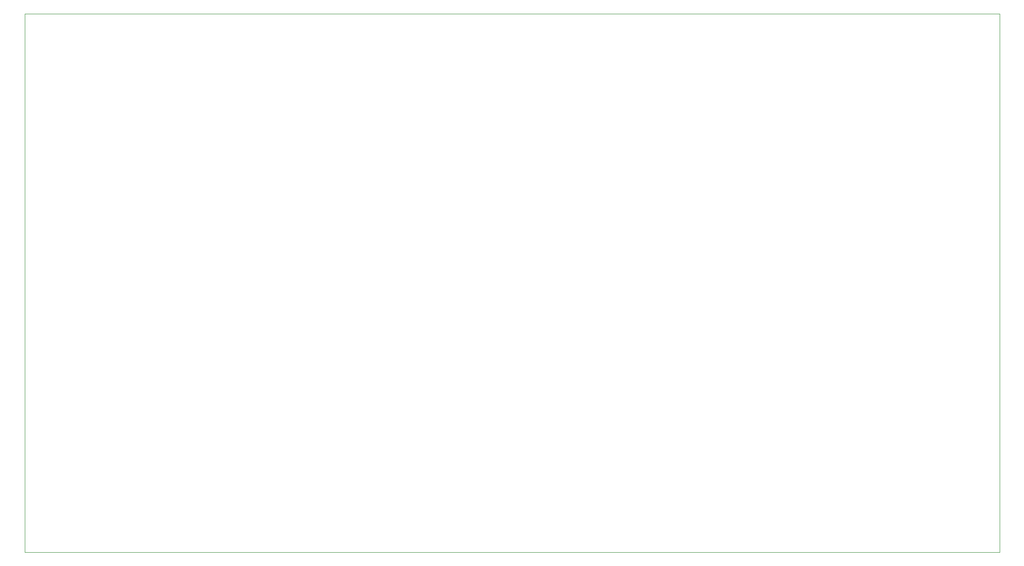
<source format=gbr>
%TF.GenerationSoftware,KiCad,Pcbnew,7.0.8*%
%TF.CreationDate,2025-04-10T16:12:06-04:00*%
%TF.ProjectId,2310interface,32333130-696e-4746-9572-666163652e6b,rev?*%
%TF.SameCoordinates,Original*%
%TF.FileFunction,Profile,NP*%
%FSLAX46Y46*%
G04 Gerber Fmt 4.6, Leading zero omitted, Abs format (unit mm)*
G04 Created by KiCad (PCBNEW 7.0.8) date 2025-04-10 16:12:06*
%MOMM*%
%LPD*%
G01*
G04 APERTURE LIST*
%TA.AperFunction,Profile*%
%ADD10C,0.100000*%
%TD*%
G04 APERTURE END LIST*
D10*
X25100000Y-25110000D02*
X204860000Y-25110000D01*
X204860000Y-124460000D01*
X25100000Y-124460000D01*
X25100000Y-25110000D01*
M02*

</source>
